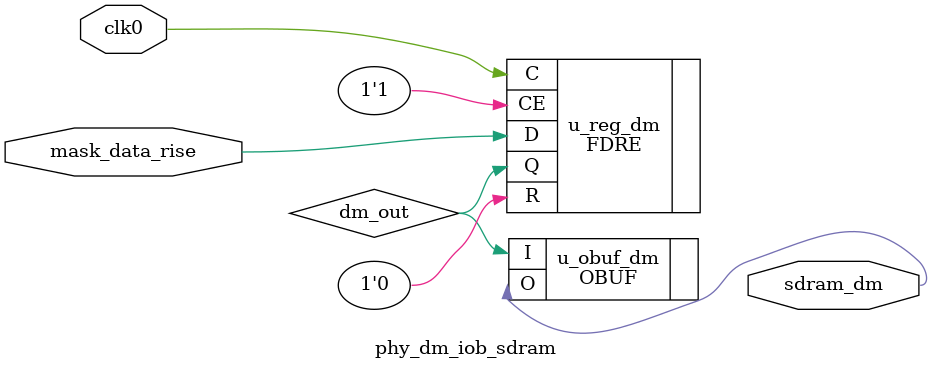
<source format=v>

`timescale 1ns/1ps

module phy_dm_iob_sdram 

  (
   input  clk0,
   input  mask_data_rise,
   output sdram_dm
   );

  wire    dm_out;

// use SDRAM register to generate dm
  (* IOB = "FORCE" *)
  FDRE u_reg_dm
    (
      .Q    (dm_out), 
      .C    (clk0), 
      .CE   (1'b1), 
      .D    (mask_data_rise), 
      .R    (1'b0)
     );

  OBUF u_obuf_dm 
    (
     .I (dm_out),
     .O (sdram_dm)
     );

  
endmodule

</source>
